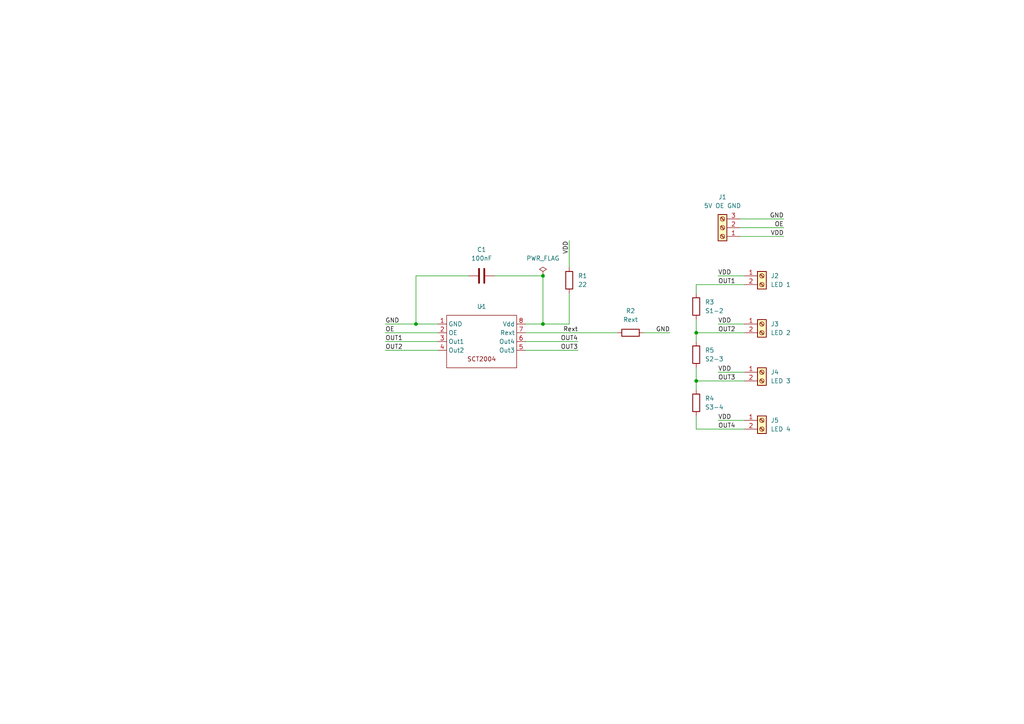
<source format=kicad_sch>
(kicad_sch (version 20230121) (generator eeschema)
  (paper "A4")
  (lib_symbols
    (symbol "Connector:Screw_Terminal_01x02" (pin_names (offset 1.016) hide)
      (property "Reference" "J" (at 0 2.54 0))
      (property "Value" "Screw_Terminal_01x02" (at 0 -5.08 0))
      (symbol "Screw_Terminal_01x02_1_1"
        (rectangle (start -1.27 1.27) (end 1.27 -3.81) (stroke (width 0.254)) (fill (type background)))
        (circle (center 0 -2.54) (radius 0.635) (stroke (width 0.1524)))
        (polyline (pts (xy -0.5334 -2.2098) (xy 0.3302 -3.048)) (stroke (width 0.1524)))
        (polyline (pts (xy -0.5334 0.3302) (xy 0.3302 -0.508)) (stroke (width 0.1524)))
        (polyline (pts (xy -0.3556 -2.032) (xy 0.508 -2.8702)) (stroke (width 0.1524)))
        (polyline (pts (xy -0.3556 0.508) (xy 0.508 -0.3302)) (stroke (width 0.1524)))
        (circle (center 0 0) (radius 0.635) (stroke (width 0.1524)))
        (pin passive line (at -5.08 0 0) (length 3.81) (name "Pin_1") (number "1"))
        (pin passive line (at -5.08 -2.54 0) (length 3.81) (name "Pin_2") (number "2"))
      )
    )
    (symbol "Connector:Screw_Terminal_01x03" (pin_names (offset 1.016) hide)
      (property "Reference" "J" (at 0 5.08 0))
      (property "Value" "Screw_Terminal_01x03" (at 0 -5.08 0))
      (symbol "Screw_Terminal_01x03_1_1"
        (rectangle (start -1.27 3.81) (end 1.27 -3.81) (stroke (width 0.254)) (fill (type background)))
        (circle (center 0 -2.54) (radius 0.635) (stroke (width 0.1524)))
        (polyline (pts (xy -0.5334 -2.2098) (xy 0.3302 -3.048)) (stroke (width 0.1524)))
        (polyline (pts (xy -0.5334 0.3302) (xy 0.3302 -0.508)) (stroke (width 0.1524)))
        (polyline (pts (xy -0.5334 2.8702) (xy 0.3302 2.032)) (stroke (width 0.1524)))
        (polyline (pts (xy -0.3556 -2.032) (xy 0.508 -2.8702)) (stroke (width 0.1524)))
        (polyline (pts (xy -0.3556 0.508) (xy 0.508 -0.3302)) (stroke (width 0.1524)))
        (polyline (pts (xy -0.3556 3.048) (xy 0.508 2.2098)) (stroke (width 0.1524)))
        (circle (center 0 0) (radius 0.635) (stroke (width 0.1524)))
        (circle (center 0 2.54) (radius 0.635) (stroke (width 0.1524)))
        (pin passive line (at -5.08 2.54 0) (length 3.81) (name "Pin_1") (number "1"))
        (pin passive line (at -5.08 0 0) (length 3.81) (name "Pin_2") (number "2"))
        (pin passive line (at -5.08 -2.54 0) (length 3.81) (name "Pin_3") (number "3"))
      )
    )
    (symbol "Device:C" (pin_numbers hide) (pin_names (offset 0.254))
      (property "Reference" "C" (at 0.635 2.54 0))
      (property "Value" "C" (at 0.635 -2.54 0))
      (symbol "C_0_1"
        (polyline (pts (xy -2.032 -0.762) (xy 2.032 -0.762)) (stroke (width 0.508)))
        (polyline (pts (xy -2.032 0.762) (xy 2.032 0.762)) (stroke (width 0.508)))
      )
      (symbol "C_1_1"
        (pin passive line (at 0 3.81 270) (length 2.794) (name "~") (number "1"))
        (pin passive line (at 0 -3.81 90) (length 2.794) (name "~") (number "2"))
      )
    )
    (symbol "Device:R" (pin_numbers hide) (pin_names (offset 0))
      (property "Reference" "R" (at 2.032 0 90))
      (property "Value" "R" (at 0 0 90))
      (symbol "R_0_1"
        (rectangle (start -1.016 -2.54) (end 1.016 2.54) (stroke (width 0.254)))
      )
      (symbol "R_1_1"
        (pin passive line (at 0 3.81 270) (length 1.27) (name "~") (number "1"))
        (pin passive line (at 0 -3.81 90) (length 1.27) (name "~") (number "2"))
      )
    )
    (symbol "SCT2004:SCT2004"
      (property "Reference" "U" (at 0 0 0))
      (symbol "SCT2004_0_1"
        (rectangle (start -10.16 -2.54) (end 10.16 -17.78))
        (rectangle (start 10.16 -17.78) (end 10.16 -17.78))
      )
      (symbol "SCT2004_1_1"
        (text "SCT2004" (at 0 -15.24 0) (effects (font (size 1.27 1.27))))
        (pin power_out line (at -12.7 -5.08 0) (length 2.54) (name "GND") (number "1"))
        (pin input line (at -12.7 -7.62 0) (length 2.54) (name "OE") (number "2"))
        (pin output line (at -12.7 -10.16 0) (length 2.54) (name "Out1") (number "3"))
        (pin output line (at -12.7 -12.7 0) (length 2.54) (name "Out2") (number "4"))
        (pin output line (at 12.7 -12.7 180) (length 2.54) (name "Out3") (number "5"))
        (pin output line (at 12.7 -10.16 180) (length 2.54) (name "Out4") (number "6"))
        (pin free line (at 12.7 -7.62 180) (length 2.54) (name "Rext") (number "7"))
        (pin power_in line (at 12.7 -5.08 180) (length 2.54) (name "Vdd") (number "8"))
      )
    )
    (symbol "power:PWR_FLAG" (power) (pin_numbers hide) (pin_names (offset 0) hide)
      (property "Value" "PWR_FLAG" (at 0 3.81 0))
      (symbol "PWR_FLAG_0_0"
        (pin power_out line (at 0 0 90) (length 0) (name "pwr") (number "1"))
      )
      (symbol "PWR_FLAG_0_1"
        (polyline (pts (xy 0 0) (xy 0 1.27) (xy -1.016 1.905) (xy 0 2.54) (xy 1.016 1.905) (xy 0 1.27)))
      )
    )
  )
  (junction (at 201.93 96.52))
  (junction (at 157.48 93.98))
  (junction (at 201.93 110.49))
  (junction (at 157.48 80.01))
  (junction (at 120.65 93.98))
  (wire (pts (xy 157.48 80.01) (xy 157.48 93.98)))
  (wire (pts (xy 152.4 99.06) (xy 167.64 99.06)))
  (wire (pts (xy 120.65 80.01) (xy 120.65 93.98)))
  (wire (pts (xy 135.89 80.01) (xy 120.65 80.01)))
  (wire (pts (xy 201.93 110.49) (xy 201.93 113.03)))
  (wire (pts (xy 111.76 93.98) (xy 120.65 93.98)))
  (wire (pts (xy 201.93 85.09) (xy 201.93 82.55)))
  (wire (pts (xy 214.63 63.5) (xy 227.33 63.5)))
  (wire (pts (xy 214.63 66.04) (xy 227.33 66.04)))
  (wire (pts (xy 201.93 106.68) (xy 201.93 110.49)))
  (wire (pts (xy 152.4 93.98) (xy 157.48 93.98)))
  (wire (pts (xy 165.1 93.98) (xy 165.1 85.09)))
  (wire (pts (xy 201.93 96.52) (xy 215.9 96.52)))
  (wire (pts (xy 186.69 96.52) (xy 194.31 96.52)))
  (wire (pts (xy 152.4 101.6) (xy 167.64 101.6)))
  (wire (pts (xy 208.28 121.92) (xy 215.9 121.92)))
  (wire (pts (xy 208.28 80.01) (xy 215.9 80.01)))
  (wire (pts (xy 201.93 96.52) (xy 201.93 99.06)))
  (wire (pts (xy 111.76 99.06) (xy 127 99.06)))
  (wire (pts (xy 157.48 93.98) (xy 165.1 93.98)))
  (wire (pts (xy 152.4 96.52) (xy 179.07 96.52)))
  (wire (pts (xy 201.93 92.71) (xy 201.93 96.52)))
  (wire (pts (xy 143.51 80.01) (xy 157.48 80.01)))
  (wire (pts (xy 208.28 107.95) (xy 215.9 107.95)))
  (wire (pts (xy 201.93 120.65) (xy 201.93 124.46)))
  (wire (pts (xy 165.1 69.85) (xy 165.1 77.47)))
  (wire (pts (xy 208.28 93.98) (xy 215.9 93.98)))
  (wire (pts (xy 111.76 96.52) (xy 127 96.52)))
  (wire (pts (xy 120.65 93.98) (xy 127 93.98)))
  (wire (pts (xy 201.93 82.55) (xy 215.9 82.55)))
  (wire (pts (xy 111.76 101.6) (xy 127 101.6)))
  (wire (pts (xy 201.93 110.49) (xy 215.9 110.49)))
  (wire (pts (xy 214.63 68.58) (xy 227.33 68.58)))
  (wire (pts (xy 201.93 124.46) (xy 215.9 124.46)))
  (label "VDD" (at 208.28 93.98 0))
  (label "OUT1" (at 208.28 82.55 0))
  (label "GND" (at 111.76 93.98 0))
  (label "Rext" (at 167.64 96.52 180))
  (label "VDD" (at 208.28 80.01 0))
  (label "OE" (at 227.33 66.04 180))
  (label "OUT1" (at 111.76 99.06 0))
  (label "VDD" (at 227.33 68.58 180))
  (label "VDD" (at 208.28 121.92 0))
  (label "OUT4" (at 167.64 99.06 180))
  (label "GND" (at 227.33 63.5 180))
  (label "OUT3" (at 167.64 101.6 180))
  (label "OUT2" (at 208.28 96.52 0))
  (label "OUT2" (at 111.76 101.6 0))
  (label "GND" (at 194.31 96.52 180))
  (label "VDD" (at 165.1 69.85 270))
  (label "OUT3" (at 208.28 110.49 0))
  (label "OUT4" (at 208.28 124.46 0))
  (label "OE" (at 111.76 96.52 0))
  (label "VDD" (at 208.28 107.95 0))
  (symbol (lib_id "Connector:Screw_Terminal_01x03") (at 209.55 66.04 180) (unit 1)
    (property "Reference" "J1" (at 209.55 57.15 0))
    (property "Value" "5V OE GND" (at 209.55 59.69 0))
    (property "Footprint" "TerminalBlock_Phoenix:TerminalBlock_Phoenix_PT-1,5-3-3.5-H_1x03_P3.50mm_Horizontal" (effects hide))
  )
  (symbol (lib_id "Connector:Screw_Terminal_01x02") (at 220.98 121.92 0) (unit 1)
    (property "Reference" "J5" (at 223.52 121.92 0) (effects (justify left)))
    (property "Value" "LED 4" (at 223.52 124.46 0) (effects (justify left)))
    (property "Footprint" "TerminalBlock_Phoenix:TerminalBlock_Phoenix_PT-1,5-2-3.5-H_1x02_P3.50mm_Horizontal" (effects hide))
  )
  (symbol (lib_id "Connector:Screw_Terminal_01x02") (at 220.98 93.98 0) (unit 1)
    (property "Reference" "J3" (at 223.52 93.98 0) (effects (justify left)))
    (property "Value" "LED 2" (at 223.52 96.52 0) (effects (justify left)))
    (property "Footprint" "TerminalBlock_Phoenix:TerminalBlock_Phoenix_PT-1,5-2-3.5-H_1x02_P3.50mm_Horizontal" (effects hide))
  )
  (symbol (lib_id "SCT2004:SCT2004") (at 139.7 88.9 0) (unit 1)
    (property "Reference" "U1" (at 139.7 88.9 0))
    (property "Value" "~" (at 139.7 88.9 0))
    (property "Footprint" "Package_SO:SOP-8_3.76x4.96mm_P1.27mm" (effects hide))
  )
  (symbol (lib_id "Device:R") (at 165.1 81.28 0) (unit 1)
    (property "Reference" "R1" (at 167.64 80.01 0) (effects (justify left)))
    (property "Value" "22" (at 167.64 82.55 0) (effects (justify left)))
    (property "Footprint" "Resistor_SMD:R_0805_2012Metric_Pad1.20x1.40mm_HandSolder" (effects hide))
  )
  (symbol (lib_id "Device:R") (at 182.88 96.52 90) (unit 1)
    (property "Reference" "R2" (at 182.88 90.17 90))
    (property "Value" "Rext" (at 182.88 92.71 90))
    (property "Footprint" "Resistor_SMD:R_0805_2012Metric_Pad1.20x1.40mm_HandSolder" (effects hide))
  )
  (symbol (lib_id "Device:R") (at 201.93 102.87 180) (unit 1)
    (property "Reference" "R5" (at 204.47 101.6 0) (effects (justify right)))
    (property "Value" "S2-3" (at 204.47 104.14 0) (effects (justify right)))
    (property "Footprint" "Jumper:SolderJumper-2_P1.3mm_Open_Pad1.0x1.5mm" (effects hide))
  )
  (symbol (lib_id "Connector:Screw_Terminal_01x02") (at 220.98 80.01 0) (unit 1)
    (property "Reference" "J2" (at 223.52 80.01 0) (effects (justify left)))
    (property "Value" "LED 1" (at 223.52 82.55 0) (effects (justify left)))
    (property "Footprint" "TerminalBlock_Phoenix:TerminalBlock_Phoenix_PT-1,5-2-3.5-H_1x02_P3.50mm_Horizontal" (effects hide))
  )
  (symbol (lib_id "Connector:Screw_Terminal_01x02") (at 220.98 107.95 0) (unit 1)
    (property "Reference" "J4" (at 223.52 107.95 0) (effects (justify left)))
    (property "Value" "LED 3" (at 223.52 110.49 0) (effects (justify left)))
    (property "Footprint" "TerminalBlock_Phoenix:TerminalBlock_Phoenix_PT-1,5-2-3.5-H_1x02_P3.50mm_Horizontal" (effects hide))
  )
  (symbol (lib_id "power:PWR_FLAG") (at 157.48 80.01 0) (unit 1)
    (property "Reference" "#FLG01" (effects hide))
    (property "Value" "PWR_FLAG" (at 157.48 74.93 0))
  )
  (symbol (lib_id "Device:R") (at 201.93 88.9 180) (unit 1)
    (property "Reference" "R3" (at 204.47 87.63 0) (effects (justify right)))
    (property "Value" "S1-2" (at 204.47 90.17 0) (effects (justify right)))
    (property "Footprint" "Jumper:SolderJumper-2_P1.3mm_Open_Pad1.0x1.5mm" (effects hide))
  )
  (symbol (lib_id "Device:R") (at 201.93 116.84 180) (unit 1)
    (property "Reference" "R4" (at 204.47 115.57 0) (effects (justify right)))
    (property "Value" "S3-4" (at 204.47 118.11 0) (effects (justify right)))
    (property "Footprint" "Jumper:SolderJumper-2_P1.3mm_Open_Pad1.0x1.5mm" (effects hide))
  )
  (symbol (lib_id "Device:C") (at 139.7 80.01 90) (unit 1)
    (property "Reference" "C1" (at 139.7 72.39 90))
    (property "Value" "100nF" (at 139.7 74.93 90))
    (property "Footprint" "Capacitor_SMD:C_0805_2012Metric_Pad1.18x1.45mm_HandSolder" (effects hide))
  )
)
</source>
